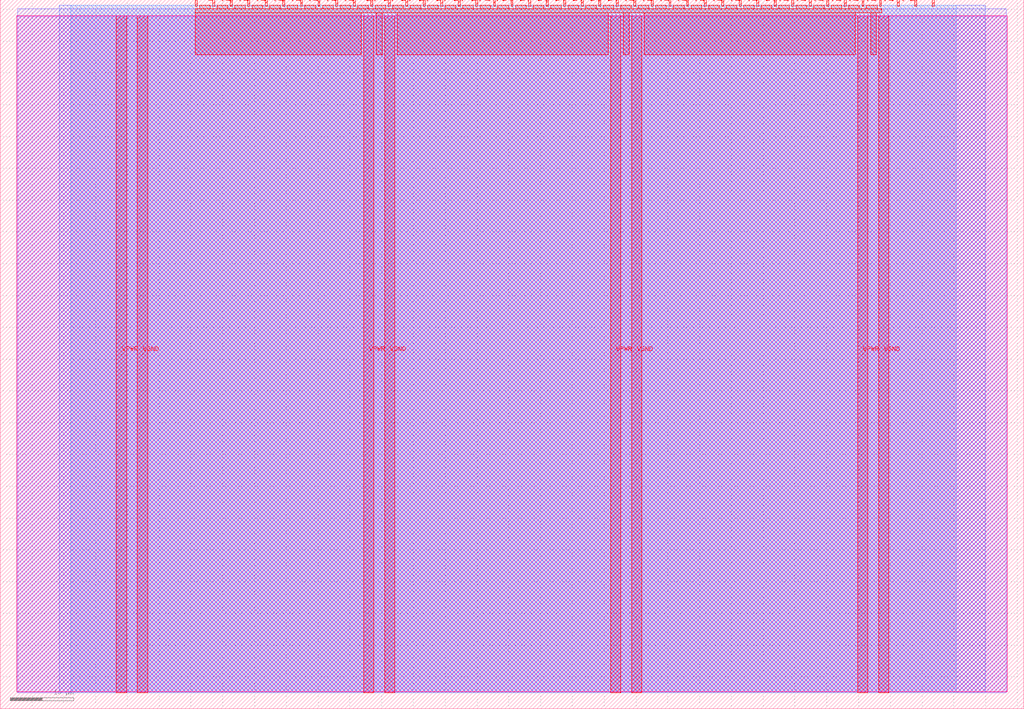
<source format=lef>
VERSION 5.7 ;
  NOWIREEXTENSIONATPIN ON ;
  DIVIDERCHAR "/" ;
  BUSBITCHARS "[]" ;
MACRO tt_um_swangust2
  CLASS BLOCK ;
  FOREIGN tt_um_swangust2 ;
  ORIGIN 0.000 0.000 ;
  SIZE 161.000 BY 111.520 ;
  PIN VGND
    DIRECTION INOUT ;
    USE GROUND ;
    PORT
      LAYER met4 ;
        RECT 21.580 2.480 23.180 109.040 ;
    END
    PORT
      LAYER met4 ;
        RECT 60.450 2.480 62.050 109.040 ;
    END
    PORT
      LAYER met4 ;
        RECT 99.320 2.480 100.920 109.040 ;
    END
    PORT
      LAYER met4 ;
        RECT 138.190 2.480 139.790 109.040 ;
    END
  END VGND
  PIN VPWR
    DIRECTION INOUT ;
    USE POWER ;
    PORT
      LAYER met4 ;
        RECT 18.280 2.480 19.880 109.040 ;
    END
    PORT
      LAYER met4 ;
        RECT 57.150 2.480 58.750 109.040 ;
    END
    PORT
      LAYER met4 ;
        RECT 96.020 2.480 97.620 109.040 ;
    END
    PORT
      LAYER met4 ;
        RECT 134.890 2.480 136.490 109.040 ;
    END
  END VPWR
  PIN clk
    DIRECTION INPUT ;
    USE SIGNAL ;
    PORT
      LAYER met4 ;
        RECT 143.830 110.520 144.130 111.520 ;
    END
  END clk
  PIN ena
    DIRECTION INPUT ;
    USE SIGNAL ;
    PORT
      LAYER met4 ;
        RECT 146.590 110.520 146.890 111.520 ;
    END
  END ena
  PIN rst_n
    DIRECTION INPUT ;
    USE SIGNAL ;
    PORT
      LAYER met4 ;
        RECT 141.070 110.520 141.370 111.520 ;
    END
  END rst_n
  PIN ui_in[0]
    DIRECTION INPUT ;
    USE SIGNAL ;
    ANTENNAGATEAREA 0.196500 ;
    PORT
      LAYER met4 ;
        RECT 138.310 110.520 138.610 111.520 ;
    END
  END ui_in[0]
  PIN ui_in[1]
    DIRECTION INPUT ;
    USE SIGNAL ;
    ANTENNAGATEAREA 0.196500 ;
    PORT
      LAYER met4 ;
        RECT 135.550 110.520 135.850 111.520 ;
    END
  END ui_in[1]
  PIN ui_in[2]
    DIRECTION INPUT ;
    USE SIGNAL ;
    ANTENNAGATEAREA 0.213000 ;
    PORT
      LAYER met4 ;
        RECT 132.790 110.520 133.090 111.520 ;
    END
  END ui_in[2]
  PIN ui_in[3]
    DIRECTION INPUT ;
    USE SIGNAL ;
    ANTENNAGATEAREA 0.196500 ;
    PORT
      LAYER met4 ;
        RECT 130.030 110.520 130.330 111.520 ;
    END
  END ui_in[3]
  PIN ui_in[4]
    DIRECTION INPUT ;
    USE SIGNAL ;
    ANTENNAGATEAREA 0.159000 ;
    PORT
      LAYER met4 ;
        RECT 127.270 110.520 127.570 111.520 ;
    END
  END ui_in[4]
  PIN ui_in[5]
    DIRECTION INPUT ;
    USE SIGNAL ;
    ANTENNAGATEAREA 0.213000 ;
    PORT
      LAYER met4 ;
        RECT 124.510 110.520 124.810 111.520 ;
    END
  END ui_in[5]
  PIN ui_in[6]
    DIRECTION INPUT ;
    USE SIGNAL ;
    ANTENNAGATEAREA 0.159000 ;
    PORT
      LAYER met4 ;
        RECT 121.750 110.520 122.050 111.520 ;
    END
  END ui_in[6]
  PIN ui_in[7]
    DIRECTION INPUT ;
    USE SIGNAL ;
    ANTENNAGATEAREA 0.196500 ;
    PORT
      LAYER met4 ;
        RECT 118.990 110.520 119.290 111.520 ;
    END
  END ui_in[7]
  PIN uio_in[0]
    DIRECTION INPUT ;
    USE SIGNAL ;
    ANTENNAGATEAREA 0.196500 ;
    PORT
      LAYER met4 ;
        RECT 116.230 110.520 116.530 111.520 ;
    END
  END uio_in[0]
  PIN uio_in[1]
    DIRECTION INPUT ;
    USE SIGNAL ;
    ANTENNAGATEAREA 0.196500 ;
    PORT
      LAYER met4 ;
        RECT 113.470 110.520 113.770 111.520 ;
    END
  END uio_in[1]
  PIN uio_in[2]
    DIRECTION INPUT ;
    USE SIGNAL ;
    ANTENNAGATEAREA 0.213000 ;
    PORT
      LAYER met4 ;
        RECT 110.710 110.520 111.010 111.520 ;
    END
  END uio_in[2]
  PIN uio_in[3]
    DIRECTION INPUT ;
    USE SIGNAL ;
    ANTENNAGATEAREA 0.213000 ;
    PORT
      LAYER met4 ;
        RECT 107.950 110.520 108.250 111.520 ;
    END
  END uio_in[3]
  PIN uio_in[4]
    DIRECTION INPUT ;
    USE SIGNAL ;
    ANTENNAGATEAREA 0.159000 ;
    PORT
      LAYER met4 ;
        RECT 105.190 110.520 105.490 111.520 ;
    END
  END uio_in[4]
  PIN uio_in[5]
    DIRECTION INPUT ;
    USE SIGNAL ;
    ANTENNAGATEAREA 0.213000 ;
    PORT
      LAYER met4 ;
        RECT 102.430 110.520 102.730 111.520 ;
    END
  END uio_in[5]
  PIN uio_in[6]
    DIRECTION INPUT ;
    USE SIGNAL ;
    ANTENNAGATEAREA 0.196500 ;
    PORT
      LAYER met4 ;
        RECT 99.670 110.520 99.970 111.520 ;
    END
  END uio_in[6]
  PIN uio_in[7]
    DIRECTION INPUT ;
    USE SIGNAL ;
    ANTENNAGATEAREA 0.196500 ;
    PORT
      LAYER met4 ;
        RECT 96.910 110.520 97.210 111.520 ;
    END
  END uio_in[7]
  PIN uio_oe[0]
    DIRECTION OUTPUT ;
    USE SIGNAL ;
    PORT
      LAYER met4 ;
        RECT 49.990 110.520 50.290 111.520 ;
    END
  END uio_oe[0]
  PIN uio_oe[1]
    DIRECTION OUTPUT ;
    USE SIGNAL ;
    PORT
      LAYER met4 ;
        RECT 47.230 110.520 47.530 111.520 ;
    END
  END uio_oe[1]
  PIN uio_oe[2]
    DIRECTION OUTPUT ;
    USE SIGNAL ;
    PORT
      LAYER met4 ;
        RECT 44.470 110.520 44.770 111.520 ;
    END
  END uio_oe[2]
  PIN uio_oe[3]
    DIRECTION OUTPUT ;
    USE SIGNAL ;
    PORT
      LAYER met4 ;
        RECT 41.710 110.520 42.010 111.520 ;
    END
  END uio_oe[3]
  PIN uio_oe[4]
    DIRECTION OUTPUT ;
    USE SIGNAL ;
    PORT
      LAYER met4 ;
        RECT 38.950 110.520 39.250 111.520 ;
    END
  END uio_oe[4]
  PIN uio_oe[5]
    DIRECTION OUTPUT ;
    USE SIGNAL ;
    PORT
      LAYER met4 ;
        RECT 36.190 110.520 36.490 111.520 ;
    END
  END uio_oe[5]
  PIN uio_oe[6]
    DIRECTION OUTPUT ;
    USE SIGNAL ;
    PORT
      LAYER met4 ;
        RECT 33.430 110.520 33.730 111.520 ;
    END
  END uio_oe[6]
  PIN uio_oe[7]
    DIRECTION OUTPUT ;
    USE SIGNAL ;
    PORT
      LAYER met4 ;
        RECT 30.670 110.520 30.970 111.520 ;
    END
  END uio_oe[7]
  PIN uio_out[0]
    DIRECTION OUTPUT ;
    USE SIGNAL ;
    PORT
      LAYER met4 ;
        RECT 72.070 110.520 72.370 111.520 ;
    END
  END uio_out[0]
  PIN uio_out[1]
    DIRECTION OUTPUT ;
    USE SIGNAL ;
    PORT
      LAYER met4 ;
        RECT 69.310 110.520 69.610 111.520 ;
    END
  END uio_out[1]
  PIN uio_out[2]
    DIRECTION OUTPUT ;
    USE SIGNAL ;
    PORT
      LAYER met4 ;
        RECT 66.550 110.520 66.850 111.520 ;
    END
  END uio_out[2]
  PIN uio_out[3]
    DIRECTION OUTPUT ;
    USE SIGNAL ;
    PORT
      LAYER met4 ;
        RECT 63.790 110.520 64.090 111.520 ;
    END
  END uio_out[3]
  PIN uio_out[4]
    DIRECTION OUTPUT ;
    USE SIGNAL ;
    PORT
      LAYER met4 ;
        RECT 61.030 110.520 61.330 111.520 ;
    END
  END uio_out[4]
  PIN uio_out[5]
    DIRECTION OUTPUT ;
    USE SIGNAL ;
    PORT
      LAYER met4 ;
        RECT 58.270 110.520 58.570 111.520 ;
    END
  END uio_out[5]
  PIN uio_out[6]
    DIRECTION OUTPUT ;
    USE SIGNAL ;
    PORT
      LAYER met4 ;
        RECT 55.510 110.520 55.810 111.520 ;
    END
  END uio_out[6]
  PIN uio_out[7]
    DIRECTION OUTPUT ;
    USE SIGNAL ;
    PORT
      LAYER met4 ;
        RECT 52.750 110.520 53.050 111.520 ;
    END
  END uio_out[7]
  PIN uo_out[0]
    DIRECTION OUTPUT ;
    USE SIGNAL ;
    ANTENNADIFFAREA 1.242000 ;
    PORT
      LAYER met4 ;
        RECT 94.150 110.520 94.450 111.520 ;
    END
  END uo_out[0]
  PIN uo_out[1]
    DIRECTION OUTPUT ;
    USE SIGNAL ;
    ANTENNADIFFAREA 0.934000 ;
    PORT
      LAYER met4 ;
        RECT 91.390 110.520 91.690 111.520 ;
    END
  END uo_out[1]
  PIN uo_out[2]
    DIRECTION OUTPUT ;
    USE SIGNAL ;
    ANTENNADIFFAREA 0.934000 ;
    PORT
      LAYER met4 ;
        RECT 88.630 110.520 88.930 111.520 ;
    END
  END uo_out[2]
  PIN uo_out[3]
    DIRECTION OUTPUT ;
    USE SIGNAL ;
    ANTENNADIFFAREA 0.924000 ;
    PORT
      LAYER met4 ;
        RECT 85.870 110.520 86.170 111.520 ;
    END
  END uo_out[3]
  PIN uo_out[4]
    DIRECTION OUTPUT ;
    USE SIGNAL ;
    ANTENNADIFFAREA 0.924000 ;
    PORT
      LAYER met4 ;
        RECT 83.110 110.520 83.410 111.520 ;
    END
  END uo_out[4]
  PIN uo_out[5]
    DIRECTION OUTPUT ;
    USE SIGNAL ;
    ANTENNADIFFAREA 1.242000 ;
    PORT
      LAYER met4 ;
        RECT 80.350 110.520 80.650 111.520 ;
    END
  END uo_out[5]
  PIN uo_out[6]
    DIRECTION OUTPUT ;
    USE SIGNAL ;
    ANTENNADIFFAREA 1.898500 ;
    PORT
      LAYER met4 ;
        RECT 77.590 110.520 77.890 111.520 ;
    END
  END uo_out[6]
  PIN uo_out[7]
    DIRECTION OUTPUT ;
    USE SIGNAL ;
    ANTENNADIFFAREA 0.891000 ;
    PORT
      LAYER met4 ;
        RECT 74.830 110.520 75.130 111.520 ;
    END
  END uo_out[7]
  OBS
      LAYER nwell ;
        RECT 2.570 2.635 158.430 108.990 ;
      LAYER li1 ;
        RECT 2.760 2.635 158.240 108.885 ;
      LAYER met1 ;
        RECT 2.760 2.480 158.240 110.120 ;
      LAYER met2 ;
        RECT 9.300 2.535 154.920 110.685 ;
      LAYER met3 ;
        RECT 11.105 2.555 150.355 110.665 ;
      LAYER met4 ;
        RECT 31.370 110.120 33.030 110.665 ;
        RECT 34.130 110.120 35.790 110.665 ;
        RECT 36.890 110.120 38.550 110.665 ;
        RECT 39.650 110.120 41.310 110.665 ;
        RECT 42.410 110.120 44.070 110.665 ;
        RECT 45.170 110.120 46.830 110.665 ;
        RECT 47.930 110.120 49.590 110.665 ;
        RECT 50.690 110.120 52.350 110.665 ;
        RECT 53.450 110.120 55.110 110.665 ;
        RECT 56.210 110.120 57.870 110.665 ;
        RECT 58.970 110.120 60.630 110.665 ;
        RECT 61.730 110.120 63.390 110.665 ;
        RECT 64.490 110.120 66.150 110.665 ;
        RECT 67.250 110.120 68.910 110.665 ;
        RECT 70.010 110.120 71.670 110.665 ;
        RECT 72.770 110.120 74.430 110.665 ;
        RECT 75.530 110.120 77.190 110.665 ;
        RECT 78.290 110.120 79.950 110.665 ;
        RECT 81.050 110.120 82.710 110.665 ;
        RECT 83.810 110.120 85.470 110.665 ;
        RECT 86.570 110.120 88.230 110.665 ;
        RECT 89.330 110.120 90.990 110.665 ;
        RECT 92.090 110.120 93.750 110.665 ;
        RECT 94.850 110.120 96.510 110.665 ;
        RECT 97.610 110.120 99.270 110.665 ;
        RECT 100.370 110.120 102.030 110.665 ;
        RECT 103.130 110.120 104.790 110.665 ;
        RECT 105.890 110.120 107.550 110.665 ;
        RECT 108.650 110.120 110.310 110.665 ;
        RECT 111.410 110.120 113.070 110.665 ;
        RECT 114.170 110.120 115.830 110.665 ;
        RECT 116.930 110.120 118.590 110.665 ;
        RECT 119.690 110.120 121.350 110.665 ;
        RECT 122.450 110.120 124.110 110.665 ;
        RECT 125.210 110.120 126.870 110.665 ;
        RECT 127.970 110.120 129.630 110.665 ;
        RECT 130.730 110.120 132.390 110.665 ;
        RECT 133.490 110.120 135.150 110.665 ;
        RECT 136.250 110.120 137.910 110.665 ;
        RECT 30.655 109.440 138.625 110.120 ;
        RECT 30.655 102.855 56.750 109.440 ;
        RECT 59.150 102.855 60.050 109.440 ;
        RECT 62.450 102.855 95.620 109.440 ;
        RECT 98.020 102.855 98.920 109.440 ;
        RECT 101.320 102.855 134.490 109.440 ;
        RECT 136.890 102.855 137.790 109.440 ;
  END
END tt_um_swangust2
END LIBRARY


</source>
